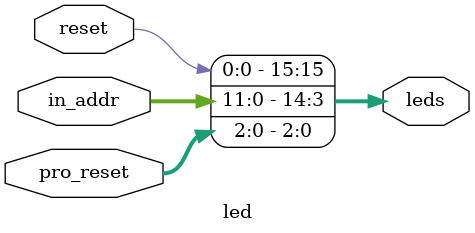
<source format=v>
`timescale 1ns / 1ps
module led(reset,pro_reset,in_addr,leds);
input reset; //×Ü¿ª¹Ø£¬Êý¾ÝÕý³£ÏÔÊ¾
input [2:0]pro_reset;   //3¸ö¿ª¹Ø×éºÏÀ´Ñ¡Ôñ¸÷ÖÖ²ÎÊý£º±ÈÈçPCµÄÖµ£¬±ÈÈçÊ±ÖÓÖÜÆÚÊý£¬ÓÐÌõ¼þ·ÖÖ§×ªÒÆÊýµÈµÈ
//001´ú±í²é¿´pcÖµ
//010´ú±í²é¿´ÖÜÆÚÊý
//011´ú±í²é¿´ÓÐÌõ¼þ·ÖÖ§×ªÒÆÊý
//100´ú±í²é¿´ÓÐÌõ¼þ·ÖÖ§×ªÒÆ³É¹¦Êý
//101´ú±í²é¿´ÎÞÌõ¼þ·ÖÖ§Ö¸ÁîÊý
input [11:0]in_addr;    //µØÖ·ÊäÈë²¦Âë¿ª¹Ø,12Î»µØÖ·Öµ£¬×Ü¹²4KµÄÄÚ´æ
output [15:0]leds;  //16Î»µÄledµÆµÄÏÔÊ¾

assign leds[15]=reset;  //ÖØÖÃÖ¸Ê¾µÆ,×î×ó±ß

assign leds[2:0]=pro_reset;   //ÏÔÊ¾¸÷ÖÖ²ÎÊýµÄµÄledµÆ

assign leds[14:3]=in_addr;  //ÏÔÊ¾µØÖ·ÖµµÄledµÆ

endmodule

</source>
